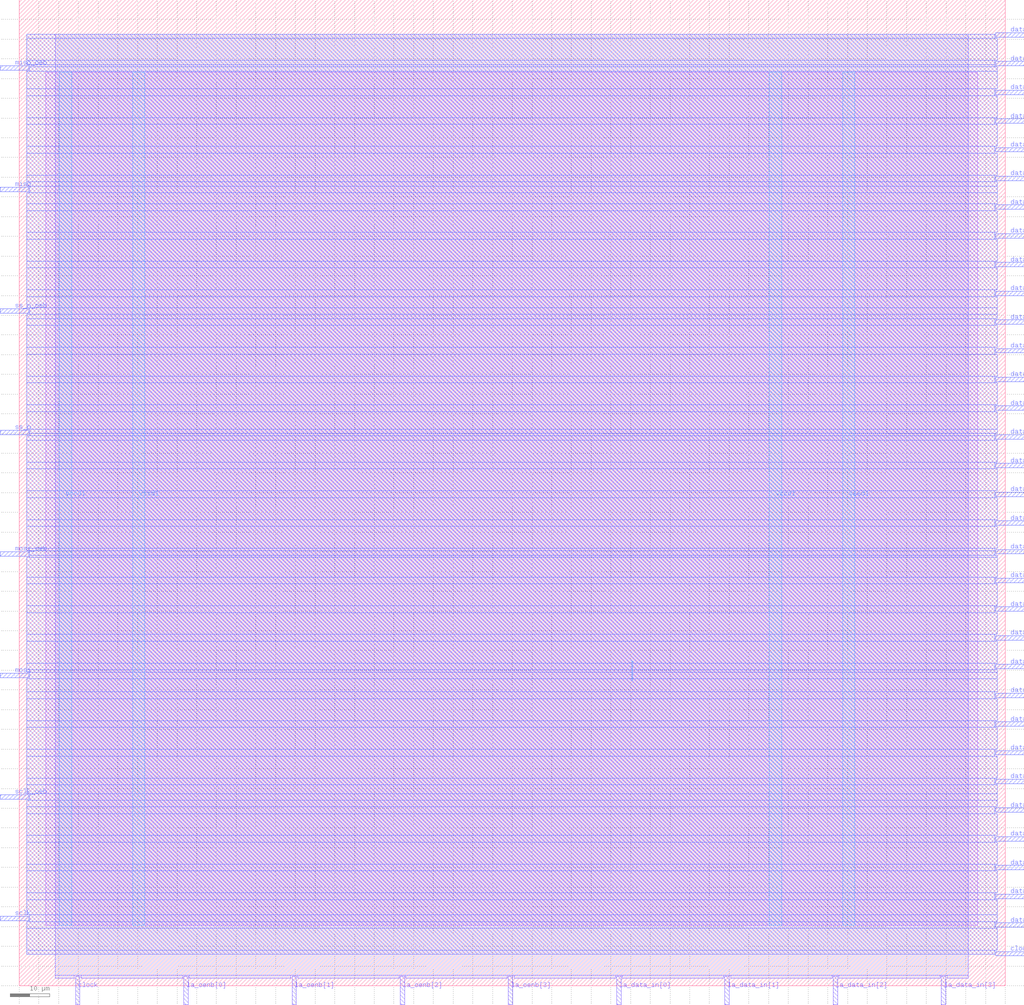
<source format=lef>
VERSION 5.7 ;
  NOWIREEXTENSIONATPIN ON ;
  DIVIDERCHAR "/" ;
  BUSBITCHARS "[]" ;
MACRO spi_controller
  CLASS BLOCK ;
  FOREIGN spi_controller ;
  ORIGIN 0.000 0.000 ;
  SIZE 250.000 BY 250.000 ;
  PIN clock
    DIRECTION INPUT ;
    USE SIGNAL ;
    PORT
      LAYER Metal2 ;
        RECT 14.280 -4.800 15.400 2.400 ;
    END
  END clock
  PIN clock_out
    DIRECTION OUTPUT TRISTATE ;
    USE SIGNAL ;
    PORT
      LAYER Metal3 ;
        RECT 247.600 7.560 254.800 8.680 ;
    END
  END clock_out
  PIN data_out[0]
    DIRECTION OUTPUT TRISTATE ;
    USE SIGNAL ;
    PORT
      LAYER Metal3 ;
        RECT 247.600 14.840 254.800 15.960 ;
    END
  END data_out[0]
  PIN data_out[10]
    DIRECTION OUTPUT TRISTATE ;
    USE SIGNAL ;
    PORT
      LAYER Metal3 ;
        RECT 247.600 87.640 254.800 88.760 ;
    END
  END data_out[10]
  PIN data_out[11]
    DIRECTION OUTPUT TRISTATE ;
    USE SIGNAL ;
    PORT
      LAYER Metal3 ;
        RECT 247.600 94.920 254.800 96.040 ;
    END
  END data_out[11]
  PIN data_out[12]
    DIRECTION OUTPUT TRISTATE ;
    USE SIGNAL ;
    PORT
      LAYER Metal3 ;
        RECT 247.600 102.200 254.800 103.320 ;
    END
  END data_out[12]
  PIN data_out[13]
    DIRECTION OUTPUT TRISTATE ;
    USE SIGNAL ;
    PORT
      LAYER Metal3 ;
        RECT 247.600 109.480 254.800 110.600 ;
    END
  END data_out[13]
  PIN data_out[14]
    DIRECTION OUTPUT TRISTATE ;
    USE SIGNAL ;
    PORT
      LAYER Metal3 ;
        RECT 247.600 116.760 254.800 117.880 ;
    END
  END data_out[14]
  PIN data_out[15]
    DIRECTION OUTPUT TRISTATE ;
    USE SIGNAL ;
    PORT
      LAYER Metal3 ;
        RECT 247.600 124.040 254.800 125.160 ;
    END
  END data_out[15]
  PIN data_out[16]
    DIRECTION OUTPUT TRISTATE ;
    USE SIGNAL ;
    PORT
      LAYER Metal3 ;
        RECT 247.600 131.320 254.800 132.440 ;
    END
  END data_out[16]
  PIN data_out[17]
    DIRECTION OUTPUT TRISTATE ;
    USE SIGNAL ;
    PORT
      LAYER Metal3 ;
        RECT 247.600 138.600 254.800 139.720 ;
    END
  END data_out[17]
  PIN data_out[18]
    DIRECTION OUTPUT TRISTATE ;
    USE SIGNAL ;
    PORT
      LAYER Metal3 ;
        RECT 247.600 145.880 254.800 147.000 ;
    END
  END data_out[18]
  PIN data_out[19]
    DIRECTION OUTPUT TRISTATE ;
    USE SIGNAL ;
    PORT
      LAYER Metal3 ;
        RECT 247.600 153.160 254.800 154.280 ;
    END
  END data_out[19]
  PIN data_out[1]
    DIRECTION OUTPUT TRISTATE ;
    USE SIGNAL ;
    PORT
      LAYER Metal3 ;
        RECT 247.600 22.120 254.800 23.240 ;
    END
  END data_out[1]
  PIN data_out[20]
    DIRECTION OUTPUT TRISTATE ;
    USE SIGNAL ;
    PORT
      LAYER Metal3 ;
        RECT 247.600 160.440 254.800 161.560 ;
    END
  END data_out[20]
  PIN data_out[21]
    DIRECTION OUTPUT TRISTATE ;
    USE SIGNAL ;
    PORT
      LAYER Metal3 ;
        RECT 247.600 167.720 254.800 168.840 ;
    END
  END data_out[21]
  PIN data_out[22]
    DIRECTION OUTPUT TRISTATE ;
    USE SIGNAL ;
    PORT
      LAYER Metal3 ;
        RECT 247.600 175.000 254.800 176.120 ;
    END
  END data_out[22]
  PIN data_out[23]
    DIRECTION OUTPUT TRISTATE ;
    USE SIGNAL ;
    PORT
      LAYER Metal3 ;
        RECT 247.600 182.280 254.800 183.400 ;
    END
  END data_out[23]
  PIN data_out[24]
    DIRECTION OUTPUT TRISTATE ;
    USE SIGNAL ;
    PORT
      LAYER Metal3 ;
        RECT 247.600 189.560 254.800 190.680 ;
    END
  END data_out[24]
  PIN data_out[25]
    DIRECTION OUTPUT TRISTATE ;
    USE SIGNAL ;
    PORT
      LAYER Metal3 ;
        RECT 247.600 196.840 254.800 197.960 ;
    END
  END data_out[25]
  PIN data_out[26]
    DIRECTION OUTPUT TRISTATE ;
    USE SIGNAL ;
    PORT
      LAYER Metal3 ;
        RECT 247.600 204.120 254.800 205.240 ;
    END
  END data_out[26]
  PIN data_out[27]
    DIRECTION OUTPUT TRISTATE ;
    USE SIGNAL ;
    PORT
      LAYER Metal3 ;
        RECT 247.600 211.400 254.800 212.520 ;
    END
  END data_out[27]
  PIN data_out[28]
    DIRECTION OUTPUT TRISTATE ;
    USE SIGNAL ;
    PORT
      LAYER Metal3 ;
        RECT 247.600 218.680 254.800 219.800 ;
    END
  END data_out[28]
  PIN data_out[29]
    DIRECTION OUTPUT TRISTATE ;
    USE SIGNAL ;
    PORT
      LAYER Metal3 ;
        RECT 247.600 225.960 254.800 227.080 ;
    END
  END data_out[29]
  PIN data_out[2]
    DIRECTION OUTPUT TRISTATE ;
    USE SIGNAL ;
    PORT
      LAYER Metal3 ;
        RECT 247.600 29.400 254.800 30.520 ;
    END
  END data_out[2]
  PIN data_out[30]
    DIRECTION OUTPUT TRISTATE ;
    USE SIGNAL ;
    PORT
      LAYER Metal3 ;
        RECT 247.600 233.240 254.800 234.360 ;
    END
  END data_out[30]
  PIN data_out[31]
    DIRECTION OUTPUT TRISTATE ;
    USE SIGNAL ;
    PORT
      LAYER Metal3 ;
        RECT 247.600 240.520 254.800 241.640 ;
    END
  END data_out[31]
  PIN data_out[3]
    DIRECTION OUTPUT TRISTATE ;
    USE SIGNAL ;
    PORT
      LAYER Metal3 ;
        RECT 247.600 36.680 254.800 37.800 ;
    END
  END data_out[3]
  PIN data_out[4]
    DIRECTION OUTPUT TRISTATE ;
    USE SIGNAL ;
    PORT
      LAYER Metal3 ;
        RECT 247.600 43.960 254.800 45.080 ;
    END
  END data_out[4]
  PIN data_out[5]
    DIRECTION OUTPUT TRISTATE ;
    USE SIGNAL ;
    PORT
      LAYER Metal3 ;
        RECT 247.600 51.240 254.800 52.360 ;
    END
  END data_out[5]
  PIN data_out[6]
    DIRECTION OUTPUT TRISTATE ;
    USE SIGNAL ;
    PORT
      LAYER Metal3 ;
        RECT 247.600 58.520 254.800 59.640 ;
    END
  END data_out[6]
  PIN data_out[7]
    DIRECTION OUTPUT TRISTATE ;
    USE SIGNAL ;
    PORT
      LAYER Metal3 ;
        RECT 247.600 65.800 254.800 66.920 ;
    END
  END data_out[7]
  PIN data_out[8]
    DIRECTION OUTPUT TRISTATE ;
    USE SIGNAL ;
    PORT
      LAYER Metal3 ;
        RECT 247.600 73.080 254.800 74.200 ;
    END
  END data_out[8]
  PIN data_out[9]
    DIRECTION OUTPUT TRISTATE ;
    USE SIGNAL ;
    PORT
      LAYER Metal3 ;
        RECT 247.600 80.360 254.800 81.480 ;
    END
  END data_out[9]
  PIN la_data_in[0]
    DIRECTION INPUT ;
    USE SIGNAL ;
    PORT
      LAYER Metal2 ;
        RECT 151.480 -4.800 152.600 2.400 ;
    END
  END la_data_in[0]
  PIN la_data_in[1]
    DIRECTION INPUT ;
    USE SIGNAL ;
    PORT
      LAYER Metal2 ;
        RECT 178.920 -4.800 180.040 2.400 ;
    END
  END la_data_in[1]
  PIN la_data_in[2]
    DIRECTION INPUT ;
    USE SIGNAL ;
    PORT
      LAYER Metal2 ;
        RECT 206.360 -4.800 207.480 2.400 ;
    END
  END la_data_in[2]
  PIN la_data_in[3]
    DIRECTION INPUT ;
    USE SIGNAL ;
    PORT
      LAYER Metal2 ;
        RECT 233.800 -4.800 234.920 2.400 ;
    END
  END la_data_in[3]
  PIN la_oenb[0]
    DIRECTION OUTPUT TRISTATE ;
    USE SIGNAL ;
    PORT
      LAYER Metal2 ;
        RECT 41.720 -4.800 42.840 2.400 ;
    END
  END la_oenb[0]
  PIN la_oenb[1]
    DIRECTION OUTPUT TRISTATE ;
    USE SIGNAL ;
    PORT
      LAYER Metal2 ;
        RECT 69.160 -4.800 70.280 2.400 ;
    END
  END la_oenb[1]
  PIN la_oenb[2]
    DIRECTION OUTPUT TRISTATE ;
    USE SIGNAL ;
    PORT
      LAYER Metal2 ;
        RECT 96.600 -4.800 97.720 2.400 ;
    END
  END la_oenb[2]
  PIN la_oenb[3]
    DIRECTION OUTPUT TRISTATE ;
    USE SIGNAL ;
    PORT
      LAYER Metal2 ;
        RECT 124.040 -4.800 125.160 2.400 ;
    END
  END la_oenb[3]
  PIN miso
    DIRECTION OUTPUT TRISTATE ;
    USE SIGNAL ;
    PORT
      LAYER Metal3 ;
        RECT -4.800 201.320 2.400 202.440 ;
    END
  END miso
  PIN miso_oeb
    DIRECTION OUTPUT TRISTATE ;
    USE SIGNAL ;
    PORT
      LAYER Metal3 ;
        RECT -4.800 232.120 2.400 233.240 ;
    END
  END miso_oeb
  PIN mosi
    DIRECTION INPUT ;
    USE SIGNAL ;
    PORT
      LAYER Metal3 ;
        RECT -4.800 78.120 2.400 79.240 ;
    END
  END mosi
  PIN mosi_oeb
    DIRECTION OUTPUT TRISTATE ;
    USE SIGNAL ;
    PORT
      LAYER Metal3 ;
        RECT -4.800 108.920 2.400 110.040 ;
    END
  END mosi_oeb
  PIN sclk
    DIRECTION INPUT ;
    USE SIGNAL ;
    PORT
      LAYER Metal3 ;
        RECT -4.800 16.520 2.400 17.640 ;
    END
  END sclk
  PIN sclk_oeb
    DIRECTION OUTPUT TRISTATE ;
    USE SIGNAL ;
    PORT
      LAYER Metal3 ;
        RECT -4.800 47.320 2.400 48.440 ;
    END
  END sclk_oeb
  PIN ss_n
    DIRECTION INPUT ;
    USE SIGNAL ;
    PORT
      LAYER Metal3 ;
        RECT -4.800 139.720 2.400 140.840 ;
    END
  END ss_n
  PIN ss_n_oeb
    DIRECTION OUTPUT TRISTATE ;
    USE SIGNAL ;
    PORT
      LAYER Metal3 ;
        RECT -4.800 170.520 2.400 171.640 ;
    END
  END ss_n_oeb
  PIN vccd1
    DIRECTION INOUT ;
    USE POWER ;
    PORT
      LAYER Metal4 ;
        RECT 10.170 15.380 13.270 231.580 ;
    END
    PORT
      LAYER Metal4 ;
        RECT 190.170 15.380 193.270 231.580 ;
    END
  END vccd1
  PIN vssd1
    DIRECTION INOUT ;
    USE GROUND ;
    PORT
      LAYER Metal4 ;
        RECT 28.770 15.380 31.870 231.580 ;
    END
    PORT
      LAYER Metal4 ;
        RECT 208.770 15.380 211.870 231.580 ;
    END
  END vssd1
  OBS
      LAYER Metal1 ;
        RECT 6.720 15.380 243.040 231.580 ;
      LAYER Metal2 ;
        RECT 9.100 2.700 240.660 241.270 ;
        RECT 9.100 1.960 13.980 2.700 ;
        RECT 15.700 1.960 41.420 2.700 ;
        RECT 43.140 1.960 68.860 2.700 ;
        RECT 70.580 1.960 96.300 2.700 ;
        RECT 98.020 1.960 123.740 2.700 ;
        RECT 125.460 1.960 151.180 2.700 ;
        RECT 152.900 1.960 178.620 2.700 ;
        RECT 180.340 1.960 206.060 2.700 ;
        RECT 207.780 1.960 233.500 2.700 ;
        RECT 235.220 1.960 240.660 2.700 ;
      LAYER Metal3 ;
        RECT 1.960 240.220 247.300 241.220 ;
        RECT 1.960 234.660 247.940 240.220 ;
        RECT 1.960 233.540 247.300 234.660 ;
        RECT 2.700 232.940 247.300 233.540 ;
        RECT 2.700 231.820 247.940 232.940 ;
        RECT 1.960 227.380 247.940 231.820 ;
        RECT 1.960 225.660 247.300 227.380 ;
        RECT 1.960 220.100 247.940 225.660 ;
        RECT 1.960 218.380 247.300 220.100 ;
        RECT 1.960 212.820 247.940 218.380 ;
        RECT 1.960 211.100 247.300 212.820 ;
        RECT 1.960 205.540 247.940 211.100 ;
        RECT 1.960 203.820 247.300 205.540 ;
        RECT 1.960 202.740 247.940 203.820 ;
        RECT 2.700 201.020 247.940 202.740 ;
        RECT 1.960 198.260 247.940 201.020 ;
        RECT 1.960 196.540 247.300 198.260 ;
        RECT 1.960 190.980 247.940 196.540 ;
        RECT 1.960 189.260 247.300 190.980 ;
        RECT 1.960 183.700 247.940 189.260 ;
        RECT 1.960 181.980 247.300 183.700 ;
        RECT 1.960 176.420 247.940 181.980 ;
        RECT 1.960 174.700 247.300 176.420 ;
        RECT 1.960 171.940 247.940 174.700 ;
        RECT 2.700 170.220 247.940 171.940 ;
        RECT 1.960 169.140 247.940 170.220 ;
        RECT 1.960 167.420 247.300 169.140 ;
        RECT 1.960 161.860 247.940 167.420 ;
        RECT 1.960 160.140 247.300 161.860 ;
        RECT 1.960 154.580 247.940 160.140 ;
        RECT 1.960 152.860 247.300 154.580 ;
        RECT 1.960 147.300 247.940 152.860 ;
        RECT 1.960 145.580 247.300 147.300 ;
        RECT 1.960 141.140 247.940 145.580 ;
        RECT 2.700 140.020 247.940 141.140 ;
        RECT 2.700 139.420 247.300 140.020 ;
        RECT 1.960 138.300 247.300 139.420 ;
        RECT 1.960 132.740 247.940 138.300 ;
        RECT 1.960 131.020 247.300 132.740 ;
        RECT 1.960 125.460 247.940 131.020 ;
        RECT 1.960 123.740 247.300 125.460 ;
        RECT 1.960 118.180 247.940 123.740 ;
        RECT 1.960 116.460 247.300 118.180 ;
        RECT 1.960 110.900 247.940 116.460 ;
        RECT 1.960 110.340 247.300 110.900 ;
        RECT 2.700 109.180 247.300 110.340 ;
        RECT 2.700 108.620 247.940 109.180 ;
        RECT 1.960 103.620 247.940 108.620 ;
        RECT 1.960 101.900 247.300 103.620 ;
        RECT 1.960 96.340 247.940 101.900 ;
        RECT 1.960 94.620 247.300 96.340 ;
        RECT 1.960 89.060 247.940 94.620 ;
        RECT 1.960 87.340 247.300 89.060 ;
        RECT 1.960 81.780 247.940 87.340 ;
        RECT 1.960 80.060 247.300 81.780 ;
        RECT 1.960 79.540 247.940 80.060 ;
        RECT 2.700 77.820 247.940 79.540 ;
        RECT 1.960 74.500 247.940 77.820 ;
        RECT 1.960 72.780 247.300 74.500 ;
        RECT 1.960 67.220 247.940 72.780 ;
        RECT 1.960 65.500 247.300 67.220 ;
        RECT 1.960 59.940 247.940 65.500 ;
        RECT 1.960 58.220 247.300 59.940 ;
        RECT 1.960 52.660 247.940 58.220 ;
        RECT 1.960 50.940 247.300 52.660 ;
        RECT 1.960 48.740 247.940 50.940 ;
        RECT 2.700 47.020 247.940 48.740 ;
        RECT 1.960 45.380 247.940 47.020 ;
        RECT 1.960 43.660 247.300 45.380 ;
        RECT 1.960 38.100 247.940 43.660 ;
        RECT 1.960 36.380 247.300 38.100 ;
        RECT 1.960 30.820 247.940 36.380 ;
        RECT 1.960 29.100 247.300 30.820 ;
        RECT 1.960 23.540 247.940 29.100 ;
        RECT 1.960 21.820 247.300 23.540 ;
        RECT 1.960 17.940 247.940 21.820 ;
        RECT 2.700 16.260 247.940 17.940 ;
        RECT 2.700 16.220 247.300 16.260 ;
        RECT 1.960 14.540 247.300 16.220 ;
        RECT 1.960 8.980 247.940 14.540 ;
        RECT 1.960 7.980 247.300 8.980 ;
      LAYER Metal4 ;
        RECT 155.260 77.370 155.540 82.230 ;
  END
END spi_controller
END LIBRARY


</source>
